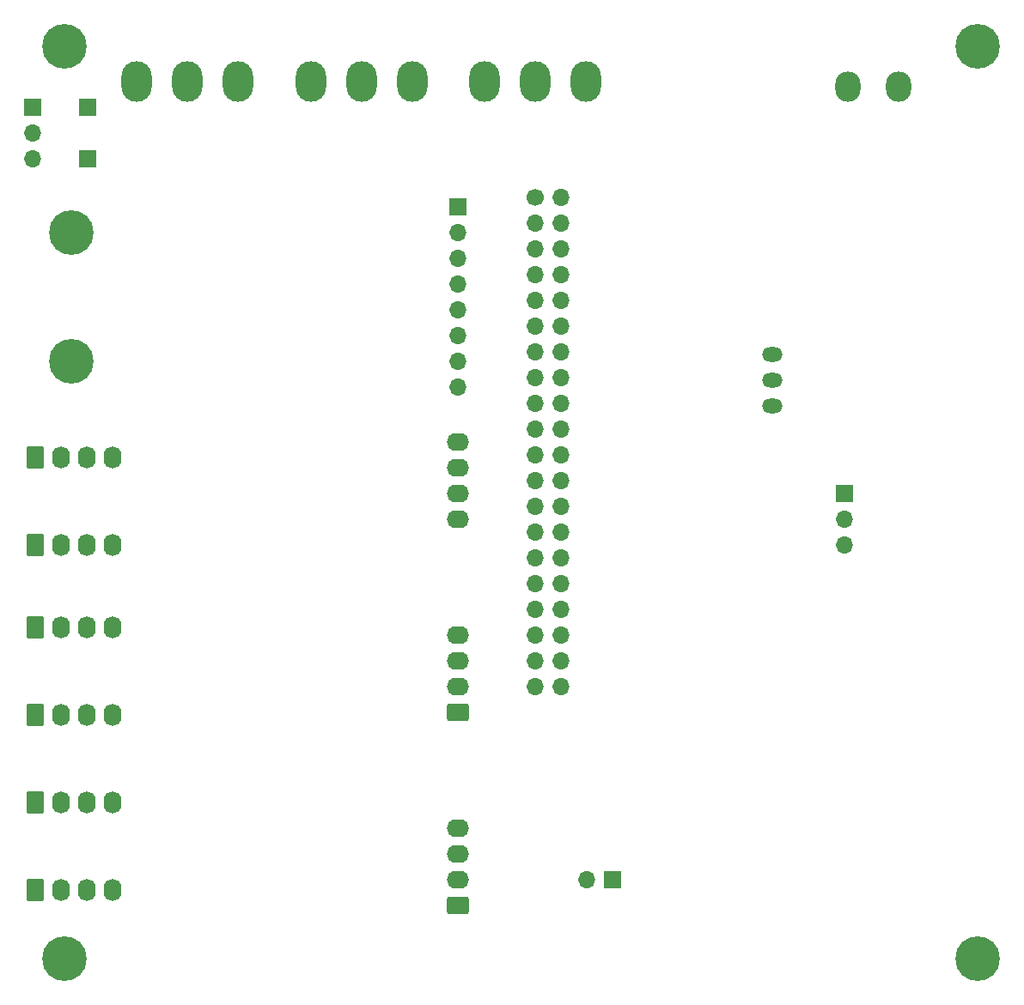
<source format=gbr>
%TF.GenerationSoftware,KiCad,Pcbnew,6.0.5*%
%TF.CreationDate,2022-06-27T11:22:29-03:00*%
%TF.ProjectId,trekking,7472656b-6b69-46e6-972e-6b696361645f,rev?*%
%TF.SameCoordinates,Original*%
%TF.FileFunction,Soldermask,Bot*%
%TF.FilePolarity,Negative*%
%FSLAX46Y46*%
G04 Gerber Fmt 4.6, Leading zero omitted, Abs format (unit mm)*
G04 Created by KiCad (PCBNEW 6.0.5) date 2022-06-27 11:22:29*
%MOMM*%
%LPD*%
G01*
G04 APERTURE LIST*
G04 Aperture macros list*
%AMRoundRect*
0 Rectangle with rounded corners*
0 $1 Rounding radius*
0 $2 $3 $4 $5 $6 $7 $8 $9 X,Y pos of 4 corners*
0 Add a 4 corners polygon primitive as box body*
4,1,4,$2,$3,$4,$5,$6,$7,$8,$9,$2,$3,0*
0 Add four circle primitives for the rounded corners*
1,1,$1+$1,$2,$3*
1,1,$1+$1,$4,$5*
1,1,$1+$1,$6,$7*
1,1,$1+$1,$8,$9*
0 Add four rect primitives between the rounded corners*
20,1,$1+$1,$2,$3,$4,$5,0*
20,1,$1+$1,$4,$5,$6,$7,0*
20,1,$1+$1,$6,$7,$8,$9,0*
20,1,$1+$1,$8,$9,$2,$3,0*%
G04 Aperture macros list end*
%ADD10R,1.700000X1.700000*%
%ADD11O,1.700000X1.700000*%
%ADD12C,4.400000*%
%ADD13O,3.000000X4.000000*%
%ADD14RoundRect,0.250000X-0.620000X-0.845000X0.620000X-0.845000X0.620000X0.845000X-0.620000X0.845000X0*%
%ADD15O,1.740000X2.190000*%
%ADD16O,2.500000X3.000000*%
%ADD17RoundRect,0.250000X0.845000X-0.620000X0.845000X0.620000X-0.845000X0.620000X-0.845000X-0.620000X0*%
%ADD18O,2.190000X1.740000*%
%ADD19O,2.000000X1.440000*%
%ADD20C,1.700000*%
G04 APERTURE END LIST*
D10*
%TO.C,*%
X47250000Y-71100000D03*
%TD*%
%TO.C,J\u002A\u002A*%
X47250000Y-66000000D03*
%TD*%
%TO.C,J2*%
X121920000Y-104140000D03*
D11*
X121920000Y-106680000D03*
X121920000Y-109220000D03*
%TD*%
D12*
%TO.C,REF\u002A\u002A*%
X45000000Y-60000000D03*
%TD*%
D13*
%TO.C,J7*%
X62150000Y-63500000D03*
X57150000Y-63500000D03*
X52150000Y-63500000D03*
%TD*%
D10*
%TO.C,J19*%
X99060000Y-142240000D03*
D11*
X96520000Y-142240000D03*
%TD*%
D13*
%TO.C,J5*%
X86440000Y-63500000D03*
X91440000Y-63500000D03*
X96440000Y-63500000D03*
%TD*%
D14*
%TO.C,J14*%
X42164000Y-134620000D03*
D15*
X44704000Y-134620000D03*
X47244000Y-134620000D03*
X49784000Y-134620000D03*
%TD*%
D16*
%TO.C,J8*%
X122201500Y-64008000D03*
X127201500Y-64008000D03*
%TD*%
D14*
%TO.C,J15*%
X42164000Y-117348000D03*
D15*
X44704000Y-117348000D03*
X47244000Y-117348000D03*
X49784000Y-117348000D03*
%TD*%
D13*
%TO.C,J6*%
X69295000Y-63500000D03*
X74295000Y-63500000D03*
X79295000Y-63500000D03*
%TD*%
D12*
%TO.C,REF\u002A\u002A*%
X45000000Y-150000000D03*
%TD*%
%TO.C,REF\u002A\u002A*%
X45720000Y-91040000D03*
%TD*%
%TO.C,REF\u002A\u002A*%
X135000000Y-150000000D03*
%TD*%
D10*
%TO.C,J18*%
X83820000Y-75800000D03*
D11*
X83820000Y-78340000D03*
X83820000Y-80880000D03*
X83820000Y-83420000D03*
X83820000Y-85960000D03*
X83820000Y-88500000D03*
X83820000Y-91040000D03*
X83820000Y-93580000D03*
%TD*%
D12*
%TO.C,REF\u002A\u002A*%
X45720000Y-78340000D03*
%TD*%
D17*
%TO.C,J9*%
X83820000Y-144780000D03*
D18*
X83820000Y-142240000D03*
X83820000Y-139700000D03*
X83820000Y-137160000D03*
%TD*%
D19*
%TO.C,RV1*%
X114808000Y-95504000D03*
X114808000Y-92964000D03*
X114808000Y-90424000D03*
%TD*%
D14*
%TO.C,J12*%
X42164000Y-125984000D03*
D15*
X44704000Y-125984000D03*
X47244000Y-125984000D03*
X49784000Y-125984000D03*
%TD*%
D14*
%TO.C,J16*%
X42164000Y-143256000D03*
D15*
X44704000Y-143256000D03*
X47244000Y-143256000D03*
X49784000Y-143256000D03*
%TD*%
D18*
%TO.C,J11*%
X83820000Y-106680000D03*
X83820000Y-104140000D03*
X83820000Y-101600000D03*
X83820000Y-99060000D03*
%TD*%
D12*
%TO.C,REF\u002A\u002A*%
X135000000Y-60000000D03*
%TD*%
D17*
%TO.C,J10*%
X83820000Y-125730000D03*
D18*
X83820000Y-123190000D03*
X83820000Y-120650000D03*
X83820000Y-118110000D03*
%TD*%
D20*
%TO.C,J1*%
X91435000Y-74930000D03*
D11*
X93975000Y-74930000D03*
X91435000Y-77470000D03*
X93975000Y-77470000D03*
X91435000Y-80010000D03*
X93975000Y-80010000D03*
X91435000Y-82550000D03*
X93975000Y-82550000D03*
X91435000Y-85090000D03*
X93975000Y-85090000D03*
X91435000Y-87630000D03*
X93975000Y-87630000D03*
X91435000Y-90170000D03*
X93975000Y-90170000D03*
X91435000Y-92710000D03*
X93975000Y-92710000D03*
X91435000Y-95250000D03*
X93975000Y-95250000D03*
X91435000Y-97790000D03*
X93975000Y-97790000D03*
X91435000Y-100330000D03*
X93975000Y-100330000D03*
X91435000Y-102870000D03*
X93975000Y-102870000D03*
X91435000Y-105410000D03*
X93975000Y-105410000D03*
X91435000Y-107950000D03*
X93975000Y-107950000D03*
X91435000Y-110490000D03*
X93975000Y-110490000D03*
X91435000Y-113030000D03*
X93975000Y-113030000D03*
X91435000Y-115570000D03*
X93975000Y-115570000D03*
X91435000Y-118110000D03*
X93975000Y-118110000D03*
X91435000Y-120650000D03*
X93975000Y-120650000D03*
X91435000Y-123190000D03*
X93975000Y-123190000D03*
%TD*%
D14*
%TO.C,J17*%
X42164000Y-109220000D03*
D15*
X44704000Y-109220000D03*
X47244000Y-109220000D03*
X49784000Y-109220000D03*
%TD*%
D14*
%TO.C,J13*%
X42164000Y-100584000D03*
D15*
X44704000Y-100584000D03*
X47244000Y-100584000D03*
X49784000Y-100584000D03*
%TD*%
D10*
%TO.C,J4*%
X41910000Y-66040000D03*
D11*
X41910000Y-68580000D03*
X41910000Y-71120000D03*
%TD*%
M02*

</source>
